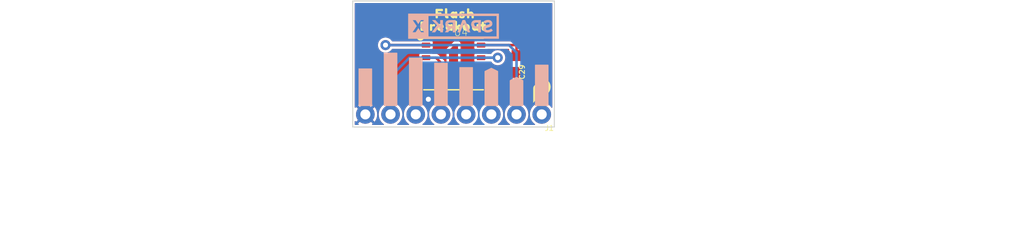
<source format=kicad_pcb>
(kicad_pcb (version 20211014) (generator pcbnew)
  (layers (0 "F.Cu" signal) (31 "B.Cu" signal) (34 "B.Paste" user) (35 "F.Paste" user) (36 "B.SilkS" user "B.Silkscreen") (37 "F.SilkS" user "F.Silkscreen") (38 "B.Mask" user) (39 "F.Mask" user) (44 "Edge.Cuts" user))
  (net 0 "")
  (net 1 "GND")
  (net 2 "3.3V")
  (net 3 "QSPI-~{CS}")
  (net 4 "QSPI-CLK")
  (net 5 "QSPI0/DI")
  (net 6 "QSPI3/~{HOLD}")
  (net 7 "QSPI2/~{WP}")
  (net 8 "QSPI1/DO")
  (footprint "eagleBoard:SFE_LOGO_FLAME_.1" (layer "F.Cu") (at 157.3911 107.5436)
    (fp_text reference "U$6" hide)
    (fp_text value "" hide)
    (fp_poly (pts (xy 0.269844 -1.255175) (xy 0.417112 -1.181541) (xy 0.462026 -1.147855) (xy 0.538982 -1.0709) (xy 0.428006 -1.0709) (xy 0.408005 -1.0809) (xy 0.361689 -1.0809) (xy 0.325361 -1.071818) (xy 0.279477 -1.062641) (xy 0.24711 -1.046458) (xy 0.215081 -1.022435) (xy 0.200019 -0.999843) (xy 0.192288 -0.984381) (xy 0.1851 -0.962817) (xy 0.1851 -0.913689) (xy 0.192361 -0.884643) (xy 0.226607 -0.833275) (xy 0.282028 -0.777854) (xy 0.319016 -0.750113) (xy 0.346157 -0.732019) (xy 0.380301 -0.714947) (xy 0.451689 -0.6971) (xy 0.470817 -0.6971) (xy 0.486419 -0.702301) (xy 0.505687 -0.721569) (xy 0.511712 -0.733619) (xy 0.5189 -0.755183) (xy 0.5189 -0.907742) (xy 0.661838 -0.818406) (xy 0.747505 -0.722031) (xy 0.821662 -0.605498) (xy 0.873968 -0.448579) (xy 0.905309 -0.281428) (xy 0.894811 -0.102974) (xy 0.842628 0.095322) (xy 0.738878 0.282072) (xy 0.665618 0.376263) (xy 0.583044 0.458838) (xy 0.499524 0.531917) (xy 0.393984 0.595241) (xy 0.289127 0.637184) (xy 0.175165 0.668265) (xy 0.050153 0.6891) (xy -0.139844 0.6891) (xy -0.189603 0.697393) (xy -0.279373 0.751255) (xy -0.375026 0.846908) (xy -0.495025 0.986906) (xy -0.614841 1.106723) (xy -0.664837 1.166719) (xy -0.712745 1.214627) (xy -0.742743 1.264624) (xy -0.8611 1.382982) (xy -0.8611 -0.081372) (xy -0.850441 -0.166641) (xy -0.828254 -0.244296) (xy -0.762148 -0.354474) (xy -0.706336 -0.399123) (xy -0.661829 -0.432503) (xy -0.603902 -0.455674) (xy -0.54987 -0.466481) (xy -0.486153 -0.4771) (xy -0.354006 -0.4771) (xy -0.258681 -0.429438) (xy -0.310431 -0.377687) (xy -0.358383 -0.353711) (xy -0.382419 -0.345699) (xy -0.4297 -0.298418) (xy -0.4349 -0.282817) (xy -0.4349 -0.255183) (xy -0.428468 -0.235888) (xy -0.413393 -0.213275) (xy -0.361588 -0.16147) (xy -0.322097 -0.145674) (xy -0.279228 -0.1371) (xy -0.207689 -0.1371) (xy -0.138643 -0.154361) (xy -0.089056 -0.18742) (xy -0.056996 -0.227495) (xy -0.0411 -0.275183) (xy -0.0411 -0.332091) (xy -0.065776 -0.397894) (xy -0.130732 -0.462851) (xy -0.211575 -0.553799) (xy -0.284339 -0.636958) (xy -0.338992 -0.735334) (xy -0.3611 -0.834818) (xy -0.3611 -0.925183) (xy -0.327711 -1.025349) (xy -0.271726 -1.114925) (xy -0.173954 -1.19097) (xy -0.055855 -1.255387) (xy 0.063565 -1.2771) (xy 0.171182 -1.2771)) (layer "F.SilkS") (width 0) (fill solid))
  )
  (footprint "eagleBoard:FIDUCIAL-MICRO" (layer "F.Cu") (at 139.6111 107.5436)
    (fp_text reference "FD2" hide)
    (fp_text value "FIDUCIALUFIDUCIAL" hide)
    (pad "1" smd roundrect (at 0 0) (size 0.635 0.635) (layers "F.Cu" "F.Mask") (roundrect_rratio 0.5))
  )
  (footprint "eagleBoard:DUMMY" (layer "F.Cu") (at 126.9111 122.7836)
    (fp_text reference "LOGO2" hide)
    (fp_text value "OSHW-LOGONO_SILK" hide)
  )
  (footprint "eagleBoard:BREAKOUT1" (layer "F.Cu") (at 144.4371 101.1936)
    (fp_text reference "U$1" hide)
    (fp_text value "" hide)
    (fp_poly (pts (xy 5.410765 -0.234942) (xy 5.471564 -0.224808) (xy 5.532514 -0.194333) (xy 5.593419 -0.15373) (xy 5.63404 -0.102954) (xy 5.674532 -0.042216) (xy 5.694886 0.018847) (xy 5.705 0.089645) (xy 5.705 0.160355) (xy 5.694835 0.23151) (xy 5.664333 0.292514) (xy 5.62373 0.353419) (xy 5.573123 0.393904) (xy 5.52271 0.434235) (xy 5.46151 0.464835) (xy 5.390355 0.475) (xy 5.319586 0.475) (xy 5.258899 0.464885) (xy 5.19246 0.445903) (xy 5.191517 0.447617) (xy 5.18766 0.444532) (xy 5.182597 0.443085) (xy 5.183592 0.441277) (xy 5.136877 0.403904) (xy 5.086482 0.363589) (xy 5.035787 0.302755) (xy 5.005165 0.24151) (xy 4.995057 0.170756) (xy 4.985 0.110414) (xy 4.985 -0.042227) (xy 5.086726 -0.13378) (xy 5.147245 -0.184213) (xy 5.208082 -0.214631) (xy 5.268847 -0.234886) (xy 5.34 -0.245051)) (layer "F.SilkS") (width 0) (fill solid))
    (fp_poly (pts (xy 3.672427 -0.194461) (xy 3.72334 -0.153731) (xy 3.729007 -0.148064) (xy 3.756664 -0.194159) (xy 3.819189 -0.215) (xy 3.901754 -0.215) (xy 3.954617 -0.172709) (xy 3.965 -0.110414) (xy 3.965 0.370355) (xy 3.954613 0.443063) (xy 3.901385 0.475) (xy 3.819189 0.475) (xy 3.756219 0.45401) (xy 3.738174 0.408898) (xy 3.692701 0.45437) (xy 3.630811 0.475) (xy 3.559645 0.475) (xy 3.488293 0.464807) (xy 3.437096 0.434089) (xy 3.376625 0.383696) (xy 3.325891 0.332962) (xy 3.295369 0.271918) (xy 3.275114 0.211153) (xy 3.264949 0.14) (xy 3.275058 0.069235) (xy 3.285192 0.008436) (xy 3.315787 -0.052755) (xy 3.366304 -0.113375) (xy 3.417038 -0.164109) (xy 3.478082 -0.194631) (xy 3.539189 -0.215) (xy 3.610811 -0.215)) (layer "F.SilkS") (width 0) (fill solid))
    (fp_poly (pts (xy 2.820707 -0.23495) (xy 2.89151 -0.224835) (xy 2.952962 -0.194109) (xy 3.003731 -0.14334) (xy 3.044461 -0.092427) (xy 3.064886 -0.031153) (xy 3.075 0.039645) (xy 3.075 0.122403) (xy 3.02271 0.164235) (xy 2.96118 0.195) (xy 2.686096 0.195) (xy 2.685515 0.192674) (xy 2.685539 0.192821) (xy 2.647767 0.211706) (xy 2.682906 0.25563) (xy 2.750702 0.275) (xy 2.81919 0.275) (xy 2.940384 0.234602) (xy 3.003874 0.266347) (xy 3.035 0.338974) (xy 3.035 0.392071) (xy 3.0031 0.423971) (xy 2.952007 0.454627) (xy 2.8807 0.475) (xy 2.699645 0.475) (xy 2.628847 0.464886) (xy 2.567784 0.444532) (xy 2.506581 0.40373) (xy 2.46596 0.352954) (xy 2.425468 0.292216) (xy 2.405222 0.231478) (xy 2.385 0.1607) (xy 2.385 0.089645) (xy 2.395114 0.018847) (xy 2.415468 -0.042216) (xy 2.456114 -0.103185) (xy 2.49666 -0.143731) (xy 2.54729 -0.184235) (xy 2.60818 -0.21468) (xy 2.678955 -0.234901) (xy 2.75 -0.245051)) (layer "F.SilkS") (width 0) (fill solid))
    (fp_poly (pts (xy 6.133732 -0.194134) (xy 6.155 -0.140963) (xy 6.155 0.13919) (xy 6.174276 0.197019) (xy 6.221753 0.235) (xy 6.298616 0.235) (xy 6.346179 0.206463) (xy 6.375 0.14882) (xy 6.375 -0.130963) (xy 6.396064 -0.183622) (xy 6.45882 -0.215) (xy 6.541385 -0.215) (xy 6.594159 -0.183336) (xy 6.615 -0.120811) (xy 6.615 0.360414) (xy 6.604718 0.422107) (xy 6.562403 0.475) (xy 6.479645 0.475) (xy 6.406937 0.464613) (xy 6.377776 0.416011) (xy 6.352218 0.424531) (xy 6.291881 0.464756) (xy 6.230414 0.475) (xy 6.15882 0.475) (xy 6.097592 0.444386) (xy 6.0469 0.413971) (xy 5.996114 0.363185) (xy 5.955468 0.302216) (xy 5.935114 0.241153) (xy 5.925 0.170355) (xy 5.925 -0.110414) (xy 5.935397 -0.172798) (xy 5.978062 -0.204797) (xy 6.060392 -0.215088)) (layer "F.SilkS") (width 0) (fill solid))
    (fp_poly (pts (xy 7.072021 -0.444786) (xy 7.124617 -0.402709) (xy 7.135 -0.340414) (xy 7.135 -0.205765) (xy 7.199645 -0.215) (xy 7.261385 -0.215) (xy 7.314613 -0.183063) (xy 7.32504 -0.110079) (xy 7.314731 -0.017298) (xy 7.272025 0.014732) (xy 7.210059 0.025059) (xy 7.144129 0.015641) (xy 7.135 0.070414) (xy 7.135 0.199038) (xy 7.153568 0.245459) (xy 7.221707 0.255193) (xy 7.274265 0.286728) (xy 7.295101 0.359652) (xy 7.28467 0.432667) (xy 7.231754 0.475) (xy 7.089189 0.475) (xy 7.027898 0.45457) (xy 6.9769 0.423971) (xy 6.93563 0.382701) (xy 6.915222 0.321478) (xy 6.895 0.2507) (xy 6.895 0.043385) (xy 6.79599 0.003781) (xy 6.775 -0.059189) (xy 6.775 -0.141385) (xy 6.806664 -0.194159) (xy 6.867297 -0.214369) (xy 6.895 -0.242072) (xy 6.895 -0.381385) (xy 6.926664 -0.434159) (xy 6.989495 -0.455102)) (layer "F.SilkS") (width 0) (fill solid))
    (fp_poly (pts (xy 4.361938 -0.534797) (xy 4.404657 -0.502757) (xy 4.415 -0.430355) (xy 4.415 -0.03) (xy 4.446712 -0.053784) (xy 4.50666 -0.113731) (xy 4.55729 -0.154235) (xy 4.61882 -0.185) (xy 4.67181 -0.185) (xy 4.734004 -0.133172) (xy 4.765239 -0.070702) (xy 4.754557 -0.017289) (xy 4.69327 0.033784) (xy 4.597553 0.119929) (xy 4.743235 0.246187) (xy 4.804557 0.297289) (xy 4.81527 0.350855) (xy 4.774009 0.423062) (xy 4.722071 0.475) (xy 4.658486 0.475) (xy 4.596815 0.433886) (xy 4.556464 0.393536) (xy 4.496619 0.333691) (xy 4.437523 0.284444) (xy 4.415 0.276937) (xy 4.415 0.411667) (xy 4.382935 0.45442) (xy 4.300307 0.475077) (xy 4.216965 0.46466) (xy 4.185 0.411385) (xy 4.185 -0.470963) (xy 4.206268 -0.524134) (xy 4.279608 -0.545088)) (layer "F.SilkS") (width 0) (fill solid))
    (fp_poly (pts (xy 2.110765 -0.214942) (xy 2.172959 -0.204576) (xy 2.215257 -0.141128) (xy 2.204885 -0.078899) (xy 2.184303 -0.006859) (xy 2.120739 0.035517) (xy 2.05885 0.014887) (xy 1.990838 0.005171) (xy 1.934088 0.033546) (xy 1.915 0.09081) (xy 1.915 0.432831) (xy 1.861667 0.46483) (xy 1.779897 0.475052) (xy 1.7169 0.464552) (xy 1.685 0.411385) (xy 1.685 -0.130811) (xy 1.706047 -0.193953) (xy 1.769189 -0.215) (xy 1.851385 -0.215) (xy 1.903537 -0.183709) (xy 1.921387 -0.156934) (xy 1.977486 -0.194333) (xy 2.039161 -0.225171)) (layer "F.SilkS") (width 0) (fill solid))
    (fp_poly (pts (xy 1.292007 -0.464627) (xy 1.3431 -0.433971) (xy 1.393886 -0.383185) (xy 1.434532 -0.322216) (xy 1.454886 -0.261153) (xy 1.465051 -0.19) (xy 1.454835 -0.11849) (xy 1.42463 -0.05808) (xy 1.415604 -0.031) (xy 1.454461 0.017573) (xy 1.474886 0.078847) (xy 1.485 0.149645) (xy 1.485 0.2207) (xy 1.46468 0.29182) (xy 1.434109 0.352962) (xy 1.38334 0.403731) (xy 1.332427 0.444461) (xy 1.271153 0.464886) (xy 1.200355 0.475) (xy 0.859689 0.475) (xy 0.778062 0.464797) (xy 0.735343 0.432757) (xy 0.725 0.360355) (xy 0.725 -0.390811) (xy 0.745841 -0.453336) (xy 0.798615 -0.485) (xy 1.2207 -0.485)) (layer "F.SilkS") (width 0) (fill solid))
  )
  (footprint "eagleBoard:1X08_NO_SILK" (layer "F.Cu") (at 157.3911 110.0836 180)
    (fp_text reference "J1" (at -1.27 -1.397) (layer "F.SilkS") (effects (font (size 0.512064 0.512064) (thickness 0.097536)) (justify right)))
    (fp_text value "")
    (pad "1" thru_hole circle (at 0 0 270) (size 1.8796 1.8796) (drill 1.016) (layers *.Cu *.Mask) (net 2 "3.3V"))
    (pad "2" thru_hole circle (at 2.54 0 270) (size 1.8796 1.8796) (drill 1.016) (layers *.Cu *.Mask) (net 3 "QSPI-~{CS}"))
    (pad "3" thru_hole circle (at 5.08 0 270) (size 1.8796 1.8796) (drill 1.016) (layers *.Cu *.Mask) (net 4 "QSPI-CLK"))
    (pad "4" thru_hole circle (at 7.62 0 270) (size 1.8796 1.8796) (drill 1.016) (layers *.Cu *.Mask) (net 5 "QSPI0/DI"))
    (pad "5" thru_hole circle (at 10.16 0 270) (size 1.8796 1.8796) (drill 1.016) (layers *.Cu *.Mask) (net 8 "QSPI1/DO"))
    (pad "6" thru_hole circle (at 12.7 0 270) (size 1.8796 1.8796) (drill 1.016) (layers *.Cu *.Mask) (net 7 "QSPI2/~{WP}"))
    (pad "7" thru_hole circle (at 15.24 0 270) (size 1.8796 1.8796) (drill 1.016) (layers *.Cu *.Mask) (net 6 "QSPI3/~{HOLD}"))
    (pad "8" thru_hole circle (at 17.78 0 270) (size 1.8796 1.8796) (drill 1.016) (layers *.Cu *.Mask) (net 1 "GND"))
  )
  (footprint "eagleBoard:0603" (layer "F.Cu") (at 154.8511 105.0036 -90)
    (fp_text reference "C29" (at 0 -0.562 90) (layer "F.SilkS") (effects (font (size 0.512064 0.512064) (thickness 0.097536)) (justify right)))
    (fp_text value "0.1uF")
    (pad "1" smd rect (at -0.85 0 270) (size 1.1 1) (layers "F.Cu" "F.Paste" "F.Mask") (net 2 "3.3V"))
    (pad "2" smd rect (at 0.85 0 270) (size 1.1 1) (layers "F.Cu" "F.Paste" "F.Mask") (net 1 "GND"))
  )
  (footprint "eagleBoard:WSON-8-6X5-SKINNY_CENTERPAD" (layer "F.Cu") (at 148.5011 105.0036)
    (fp_text reference "U4" (at 0 -3.175) (layer "F.SilkS") (effects (font (size 0.705917 0.705917) (thickness 0.056083)) (justify left)))
    (fp_text value "W25QXX128MBIT-6X5")
    (fp_poly (pts (xy 0.455 2.025) (xy -0.455 2.025) (xy -0.455 -1.410355) (xy 0.159645 -2.025) (xy 0.455 -2.025)) (layer "F.Cu") (width 0) (fill solid))
    (fp_line (start -3 -2.6) (end 3 -2.6) (layer "F.SilkS") (width 0.1524))
    (fp_line (start -3 2.6) (end 3 2.6) (layer "F.SilkS") (width 0.1524))
    (fp_circle (center -3.3375 -2.7) (end -3.2875 -2.7) (layer "F.SilkS") (width 0.3) (fill none))
    (pad "1" smd rect (at -2.775 -1.905 90) (size 0.5 0.85) (layers "F.Cu" "F.Paste" "F.Mask") (net 3 "QSPI-~{CS}"))
    (pad "2" smd rect (at -2.775 -0.635 90) (size 0.5 0.85) (layers "F.Cu" "F.Paste" "F.Mask") (net 8 "QSPI1/DO"))
    (pad "3" smd rect (at -2.775 0.635 90) (size 0.5 0.85) (layers "F.Cu" "F.Paste" "F.Mask") (net 7 "QSPI2/~{WP}"))
    (pad "4" smd rect (at -2.775 1.905 90) (size 0.5 0.85) (layers "F.Cu" "F.Paste" "F.Mask") (net 1 "GND"))
    (pad "5" smd rect (at 2.775 1.905 90) (size 0.5 0.85) (layers "F.Cu" "F.Paste" "F.Mask") (net 5 "QSPI0/DI"))
    (pad "6" smd rect (at 2.775 0.635 90) (size 0.5 0.85) (layers "F.Cu" "F.Paste" "F.Mask") (net 4 "QSPI-CLK"))
    (pad "7" smd rect (at 2.775 -0.635 90) (size 0.5 0.85) (layers "F.Cu" "F.Paste" "F.Mask") (net 6 "QSPI3/~{HOLD}"))
    (pad "8" smd rect (at 2.775 -1.905 90) (size 0.5 0.85) (layers "F.Cu" "F.Paste" "F.Mask") (net 2 "3.3V"))
  )
  (footprint "eagleBoard:FLASH0" (layer "F.Cu") (at 145.9611 99.9236)
    (fp_text reference "U$2" hide)
    (fp_text value "" hide)
    (fp_poly (pts (xy 3.470756 -0.234943) (xy 3.541153 -0.224886) (xy 3.602701 -0.20437) (xy 3.655355 -0.151716) (xy 3.644709 -0.087841) (xy 3.592342 -0.025) (xy 3.5393 -0.025) (xy 3.468953 -0.045099) (xy 3.40046 -0.054883) (xy 3.345974 -0.036721) (xy 3.354123 -0.004123) (xy 3.431023 0.015102) (xy 3.491101 0.025115) (xy 3.562124 0.045407) (xy 3.623419 0.08627) (xy 3.664718 0.137893) (xy 3.674942 0.199235) (xy 3.685101 0.270348) (xy 3.664627 0.342007) (xy 3.633971 0.3931) (xy 3.582701 0.44437) (xy 3.521209 0.464867) (xy 3.460414 0.475) (xy 3.319586 0.475) (xy 3.258584 0.464833) (xy 3.187895 0.434538) (xy 3.125912 0.403546) (xy 3.104677 0.339844) (xy 3.125652 0.287408) (xy 3.177658 0.225) (xy 3.241328 0.225) (xy 3.312053 0.265414) (xy 3.370505 0.284898) (xy 3.447109 0.275323) (xy 3.462209 0.252673) (xy 3.408611 0.234807) (xy 3.328601 0.214804) (xy 3.268082 0.194631) (xy 3.206782 0.163981) (xy 3.165672 0.112593) (xy 3.135167 0.041416) (xy 3.124941 -0.019941) (xy 3.135135 -0.0913) (xy 3.155603 -0.142471) (xy 3.186708 -0.183944) (xy 3.24818 -0.21468) (xy 3.31903 -0.234923) (xy 3.410138 -0.245046)) (layer "F.SilkS") (width 0) (fill solid))
    (fp_poly (pts (xy 1.432667 -0.47467) (xy 1.474757 -0.422058) (xy 1.485117 -0.349539) (xy 1.464276 -0.287018) (xy 1.411754 -0.245) (xy 1.001667 -0.245) (xy 0.965 -0.2175) (xy 0.965 -0.152072) (xy 0.992072 -0.125) (xy 1.272071 -0.125) (xy 1.314452 -0.082619) (xy 1.335088 -0.010392) (xy 1.324749 0.072322) (xy 1.282357 0.114714) (xy 1.210355 0.125) (xy 1.00118 0.125) (xy 0.965 0.14309) (xy 0.965 0.411385) (xy 0.933035 0.46466) (xy 0.85 0.475039) (xy 0.767274 0.464698) (xy 0.735231 0.421975) (xy 0.725 0.350355) (xy 0.725 -0.400811) (xy 0.746047 -0.463953) (xy 0.809189 -0.485) (xy 1.360355 -0.485)) (layer "F.SilkS") (width 0) (fill solid))
    (fp_poly (pts (xy 4.071637 -0.524849) (xy 4.125 -0.492831) (xy 4.125 -0.156404) (xy 4.157948 -0.164641) (xy 4.218119 -0.204756) (xy 4.279941 -0.215059) (xy 4.351153 -0.204886) (xy 4.412216 -0.184532) (xy 4.473419 -0.14373) (xy 4.514235 -0.09271) (xy 4.574835 0.02849) (xy 4.585 0.099645) (xy 4.585 0.380414) (xy 4.574552 0.4431) (xy 4.521385 0.475) (xy 4.429189 0.475) (xy 4.365563 0.453791) (xy 4.355015 0.390502) (xy 4.345029 0.110896) (xy 4.325912 0.053546) (xy 4.269162 0.025171) (xy 4.201705 0.034808) (xy 4.15396 0.063454) (xy 4.125 0.131027) (xy 4.125 0.400963) (xy 4.103781 0.45401) (xy 4.040811 0.475) (xy 3.947929 0.475) (xy 3.905331 0.432403) (xy 3.895 0.370414) (xy 3.895 -0.450811) (xy 3.916047 -0.513953) (xy 3.979461 -0.535091)) (layer "F.SilkS") (width 0) (fill solid))
    (fp_poly (pts (xy 1.873272 -0.524265) (xy 1.905 -0.471385) (xy 1.905 0.207928) (xy 1.942703 0.245631) (xy 2.003063 0.26575) (xy 2.035 0.308333) (xy 2.035 0.400811) (xy 2.013875 0.464185) (xy 1.970616 0.475) (xy 1.889723 0.475) (xy 1.798562 0.464871) (xy 1.736708 0.433944) (xy 1.705603 0.392471) (xy 1.685135 0.3413) (xy 1.675 0.270355) (xy 1.675 -0.492071) (xy 1.717678 -0.534749) (xy 1.800392 -0.545088)) (layer "F.SilkS") (width 0) (fill solid))
    (fp_poly (pts (xy 2.622339 -0.194532) (xy 2.675 -0.152403) (xy 2.675 -0.14118) (xy 2.675436 -0.142052) (xy 2.696268 -0.194134) (xy 2.7693 -0.215) (xy 2.841754 -0.215) (xy 2.894276 -0.172982) (xy 2.915 -0.110811) (xy 2.915 0.3707) (xy 2.894346 0.442991) (xy 2.851667 0.475) (xy 2.759037 0.475) (xy 2.706579 0.454017) (xy 2.679008 0.408064) (xy 2.632701 0.45437) (xy 2.570811 0.475) (xy 2.499586 0.475) (xy 2.438436 0.464808) (xy 2.377245 0.434213) (xy 2.316411 0.383518) (xy 2.27596 0.332954) (xy 2.235468 0.272216) (xy 2.215 0.210811) (xy 2.215 0.069189) (xy 2.235369 0.008082) (xy 2.265667 -0.052514) (xy 2.306114 -0.113185) (xy 2.357038 -0.164109) (xy 2.418082 -0.194631) (xy 2.479189 -0.215) (xy 2.5507 -0.215)) (layer "F.SilkS") (width 0) (fill solid))
  )
  (footprint "eagleBoard:CREATIVE_COMMONS" (layer "F.Cu") (at 123.1011 122.7836)
    (fp_text reference "FRAME2" hide)
    (fp_text value "FRAME-LETTER" hide)
  )
  (footprint "eagleBoard:FIDUCIAL-MICRO" (layer "F.Cu") (at 157.3911 99.9236)
    (fp_text reference "FD1" hide)
    (fp_text value "FIDUCIALUFIDUCIAL" hide)
    (pad "1" smd roundrect (at 0 0) (size 0.635 0.635) (layers "F.Cu" "F.Mask") (roundrect_rratio 0.5))
  )
  (footprint "eagleBoard:##WP##2#3" (layer "B.Cu") (at 144.6911 109.5756 90)
    (fp_text reference "U$5" hide)
    (fp_text value "" hide)
    (fp_poly (pts (xy 5.215 0.674236) (xy 5.215 -0.620414) (xy 5.204236 -0.685) (xy 0.389037 -0.685) (xy 0.335 -0.663385) (xy 0.335 0.630963) (xy 0.356615 0.685) (xy 5.150414 0.685)) (layer "B.SilkS") (width 0) (fill solid))
  )
  (footprint "eagleBoard:#3#3V#1" (layer "B.Cu") (at 157.3911 109.5756 90)
    (fp_text reference "U$7" hide)
    (fp_text value "" hide)
    (fp_poly (pts (xy 4.505 0.641667) (xy 4.505 -0.6525) (xy 4.461667 -0.685) (xy 0.389037 -0.685) (xy 0.335 -0.663385) (xy 0.335 0.620414) (xy 0.345764 0.685) (xy 4.4725 0.685)) (layer "B.SilkS") (width 0) (fill solid))
  )
  (footprint "eagleBoard:#DO#1#4" (layer "B.Cu") (at 147.2311 109.5756 90)
    (fp_text reference "U$10" hide)
    (fp_text value "" hide)
    (fp_poly (pts (xy 4.695 0.630963) (xy 4.695 -0.66309) (xy 4.65118 -0.685) (xy 0.378333 -0.685) (xy 0.335 -0.6525) (xy 0.335 0.64118) (xy 0.35691 0.685) (xy 4.673385 0.685)) (layer "B.SilkS") (width 0) (fill solid))
  )
  (footprint "eagleBoard:##CS##7" (layer "B.Cu") (at 154.8511 109.5756 90)
    (fp_text reference "U$12" hide)
    (fp_text value "" hide)
    (fp_poly (pts (xy 2.954214 0.632736) (xy 3.265 0.031215) (xy 3.265 -0.031198) (xy 2.954097 -0.642974) (xy 2.912071 -0.685) (xy 0.399586 -0.685) (xy 0.335 -0.674236) (xy 0.335 0.685) (xy 2.912403 0.685)) (layer "B.SilkS") (width 0) (fill solid))
  )
  (footprint "eagleBoard:##HLD##3#2" (layer "B.Cu") (at 142.1511 109.5756 90)
    (fp_text reference "U$4" hide)
    (fp_text value "" hide)
    (fp_poly (pts (xy 5.715 0.630963) (xy 5.715 -0.663385) (xy 5.660963 -0.685) (xy 0.3675 -0.685) (xy 0.335 -0.641667) (xy 0.335 0.6525) (xy 0.378333 0.685) (xy 0.673729 0.685) (xy 0.667613 0.711756) (xy 0.682902 0.685) (xy 5.693385 0.685)) (layer "B.SilkS") (width 0) (fill solid))
  )
  (footprint "eagleBoard:#CLK#6" (layer "B.Cu") (at 152.3111 109.5756 90)
    (fp_text reference "U$8" hide)
    (fp_text value "" hide)
    (fp_poly (pts (xy 3.863352 0.67451) (xy 4.195574 0) (xy 3.863352 -0.67451) (xy 3.800414 -0.685) (xy 0.335 -0.685) (xy 0.335 0.685) (xy 3.800414 0.685)) (layer "B.SilkS") (width 0) (fill solid))
  )
  (footprint "eagleBoard:SPARKX-MEDIUM" (layer "B.Cu") (at 148.5011 101.1936 180)
    (fp_text reference "U$3" hide)
    (fp_text value "SPARKX-LOGO4" hide)
    (fp_poly (pts (xy 4.577 -0.12824) (xy 3.80238 -0.12824) (xy 3.705494 0.013718) (xy 4.111722 0.607646) (xy 3.817585 0.607646) (xy 3.555172 0.205715) (xy 3.294607 0.607646) (xy 2.991304 0.607646) (xy 3.397564 0.010046) (xy 3.302701 -0.12824) (xy 2.524231 -0.12824) (xy 2.524231 1.025528) (xy -4.332 1.025528) (xy -4.332 -1.025528) (xy 2.451934 -1.025528) (xy 2.451934 -1.270528) (xy -4.577 -1.270528) (xy -4.577 1.270528) (xy 4.577 1.270528)) (layer "B.SilkS") (width 0) (fill solid))
    (fp_poly (pts (xy 1.344596 0.295634) (xy 1.064846 0.295634) (xy 1.064846 0.617646) (xy 1.344596 0.617646)) (layer "B.SilkS") (width 0) (fill solid))
    (fp_poly (pts (xy -0.379228 -0.618562) (xy -0.672701 -0.618562) (xy -1.040587 0.283936) (xy -1.408473 -0.618562) (xy -1.69463 -0.618562) (xy -1.301346 0.305634) (xy -0.772612 0.305634)) (layer "B.SilkS") (width 0) (fill solid))
    (fp_poly (pts (xy -2.145499 0.611403) (xy -2.052069 0.588123) (xy -1.971014 0.550421) (xy -1.903114 0.500214) (xy -1.848543 0.437616) (xy -1.808605 0.364015) (xy -1.788713 0.295634) (xy -2.099613 0.295634) (xy -2.116482 0.317948) (xy -2.18378 0.352785) (xy -2.273523 0.364418) (xy -2.476681 0.364418) (xy -2.476681 0.295634) (xy -2.757343 0.295634) (xy -2.757343 0.619478) (xy -2.251062 0.619478)) (layer "B.SilkS") (width 0) (fill solid))
    (fp_poly (pts (xy -3.164101 0.264097) (xy -3.239432 0.305634) (xy -3.135518 0.305634)) (layer "B.SilkS") (width 0) (fill solid))
    (fp_poly (pts (xy 2.973067 -0.608562) (xy 3.267199 -0.608562) (xy 3.54697 -0.183826) (xy 3.824894 -0.608562) (xy 4.130023 -0.608562) (xy 3.795558 -0.11824) (xy 4.577 -0.11824) (xy 4.577 -1.270528) (xy 2.441934 -1.270528) (xy 2.441934 -1.025528) (xy 2.524231 -1.025528) (xy 2.524231 -0.11824) (xy 3.309564 -0.11824)) (layer "B.SilkS") (width 0) (fill solid))
    (fp_poly (pts (xy 0.467247 0.610908) (xy 0.559405 0.590713) (xy 0.639462 0.556901) (xy 0.707412 0.509438) (xy 0.761528 0.449759) (xy 0.800081 0.379455) (xy 0.823889 0.295634) (xy 0.513044 0.295634) (xy 0.49326 0.321553) (xy 0.427917 0.353583) (xy 0.339846 0.364418) (xy 0.077237 0.364418) (xy 0.077237 0.295634) (xy -0.202509 0.295634) (xy -0.202509 0.617646) (xy 0.363177 0.617646)) (layer "B.SilkS") (width 0) (fill solid))
    (fp_poly (pts (xy 1.865272 0.295634) (xy 1.535904 0.295634) (xy 1.834847 0.617646) (xy 2.174284 0.617646)) (layer "B.SilkS") (width 0) (fill solid))
    (fp_poly (pts (xy -3.350864 0.623897) (xy -3.231664 0.593614) (xy -3.122681 0.544594) (xy -3.018757 0.474993) (xy -3.142402 0.295634) (xy -3.221295 0.295634) (xy -3.328541 0.354727) (xy -3.406214 0.378309) (xy -3.483831 0.386332) (xy -3.551059 0.378465) (xy -3.598739 0.356196) (xy -3.626802 0.323794) (xy -3.63342 0.295634) (xy -3.909783 0.295634) (xy -3.905449 0.341086) (xy -3.88163 0.413579) (xy -3.843373 0.476992) (xy -3.792562 0.531416) (xy -3.729539 0.574971) (xy -3.655543 0.607348) (xy -3.572421 0.627359) (xy -3.48111 0.634121)) (layer "B.SilkS") (width 0) (fill solid))
    (fp_poly (pts (xy -3.63614 0.28381) (xy -3.63614 0.281243) (xy -3.625594 0.231145) (xy -3.586256 0.193557) (xy -3.506021 0.161102) (xy -3.375421 0.124571) (xy -3.20837 0.069497) (xy -3.084773 -0.004288) (xy -3.039813 -0.051736) (xy -3.007425 -0.106786) (xy -2.98779 -0.171058) (xy -2.981431 -0.246677) (xy -2.981431 -0.254442) (xy -2.989734 -0.340975) (xy -3.014776 -0.418156) (xy -3.054999 -0.484064) (xy -3.108523 -0.538825) (xy -3.174819 -0.581443) (xy -3.251936 -0.612864) (xy -3.339283 -0.632345) (xy -3.435454 -0.638692) (xy -3.575258 -0.62643) (xy -3.712363 -0.589929) (xy -3.841957 -0.528456) (xy -3.962905 -0.437932) (xy -3.797445 -0.239191) (xy -3.70858 -0.303299) (xy -3.621793 -0.350171) (xy -3.529975 -0.379937) (xy -3.429933 -0.389994) (xy -3.35618 -0.382097) (xy -3.302034 -0.35971) (xy -3.268752 -0.325074) (xy -3.257521 -0.278298) (xy -3.257521 -0.275769) (xy -3.267162 -0.231061) (xy -3.302086 -0.195266) (xy -3.376797 -0.161061) (xy -3.501746 -0.12458) (xy -3.671424 -0.073219) (xy -3.800513 -0.00314) (xy -3.847977 0.043804) (xy -3.883465 0.101229) (xy -3.90566 0.17153) (xy -3.913146 0.255809) (xy -3.913146 0.259925) (xy -3.908835 0.305634) (xy -3.631093 0.305634)) (layer "B.SilkS") (width 0) (fill solid))
    (fp_poly (pts (xy 1.344596 0.089545) (xy 1.545187 0.305634) (xy 1.874867 0.305634) (xy 1.669821 0.091935) (xy 2.195332 -0.618562) (xy 1.859174 -0.618562) (xy 1.480797 -0.099201) (xy 1.344596 -0.240675) (xy 1.344596 -0.618562) (xy 1.064846 -0.618562) (xy 1.064846 0.305634) (xy 1.344596 0.305634)) (layer "B.SilkS") (width 0) (fill solid))
    (fp_poly (pts (xy 0.077237 0.022375) (xy 0.345303 0.022375) (xy 0.432552 0.034292) (xy 0.495867 0.068766) (xy 0.534478 0.122507) (xy 0.547296 0.191568) (xy 0.547296 0.193407) (xy 0.533775 0.268583) (xy 0.505388 0.305634) (xy 0.820956 0.305634) (xy 0.823121 0.298646) (xy 0.830703 0.207776) (xy 0.830703 0.203573) (xy 0.812152 0.067471) (xy 0.756624 -0.041423) (xy 0.671694 -0.123367) (xy 0.569647 -0.177363) (xy 0.871762 -0.618562) (xy 0.544141 -0.618562) (xy 0.281707 -0.226284) (xy 0.077237 -0.226284) (xy 0.077237 -0.618562) (xy -0.202509 -0.618562) (xy -0.202509 0.305634) (xy 0.077237 0.305634)) (layer "B.SilkS") (width 0) (fill solid))
    (fp_poly (pts (xy -0.768357 0.295634) (xy -1.305603 0.295634) (xy -1.164592 0.62679) (xy -0.909265 0.62679)) (layer "B.SilkS") (width 0) (fill solid))
    (fp_poly (pts (xy -2.476681 -0.000487) (xy -2.268076 -0.000487) (xy -2.179495 0.012423) (xy -2.113916 0.051299) (xy -2.073186 0.109683) (xy -2.059656 0.180607) (xy -2.059656 0.183345) (xy -2.07389 0.261685) (xy -2.107186 0.305634) (xy -1.791612 0.305634) (xy -1.784441 0.28073) (xy -1.77625 0.189505) (xy -1.77625 0.16442) (xy -1.778857 0.169639) (xy -1.786895 0.086136) (xy -1.816007 -0.002126) (xy -1.862432 -0.077275) (xy -1.923461 -0.139229) (xy -1.997168 -0.187031) (xy -2.082436 -0.221506) (xy -2.177086 -0.2422) (xy -2.277599 -0.249143) (xy -2.477596 -0.249143) (xy -2.477596 -0.616734) (xy -2.757343 -0.616734) (xy -2.757343 0.305634) (xy -2.476681 0.305634)) (layer "B.SilkS") (width 0) (fill solid))
  )
  (footprint "eagleBoard:#DI#0#5" (layer "B.Cu") (at 149.7711 109.5756 90)
    (fp_text reference "U$9" hide)
    (fp_text value "" hide)
    (fp_poly (pts (xy 4.255 0.674099) (xy 4.255 -0.685) (xy 0.389037 -0.685) (xy 0.335 -0.663385) (xy 0.335 0.620414) (xy 0.345764 0.685) (xy 4.200495 0.685)) (layer "B.SilkS") (width 0) (fill solid))
  )
  (footprint "eagleBoard:#GND#0" (layer "B.Cu") (at 139.6111 109.5756 90)
    (fp_text reference "U$11" hide)
    (fp_text value "" hide)
    (fp_poly (pts (xy 4.125 0.674236) (xy 4.125 -0.685) (xy 0.399586 -0.685) (xy 0.335 -0.674236) (xy 0.335 0.685) (xy 4.060414 0.685)) (layer "B.SilkS") (width 0) (fill solid))
  )
  (gr_line (start 158.6611 98.6536) (end 138.3411 98.6536) (layer "Edge.Cuts") (width 0.1016))
  (gr_line (start 158.6611 98.6536) (end 158.6611 111.3536) (layer "Edge.Cuts") (width 0.1016))
  (gr_line (start 158.6611 111.3536) (end 138.3411 111.3536) (layer "Edge.Cuts") (width 0.1016))
  (gr_line (start 138.3411 98.6536) (end 138.3411 111.3536) (layer "Edge.Cuts") (width 0.1016))
  (segment (start 145.7261 108.3246) (end 145.9611 108.5596) (width 0.254) (layer "F.Cu") (net 1))
  (segment (start 145.7261 106.9086) (end 145.7261 108.3246) (width 0.254) (layer "F.Cu") (net 1))
  (via (at 145.9611 108.5596) (size 1.016) (drill 0.508) (layers "F.Cu" "B.Cu") (net 1))
  (segment (start 151.2761 103.0986) (end 154.8511 103.0986) (width 0.254) (layer "F.Cu") (net 2))
  (segment (start 154.8511 103.0986) (end 155.4861 103.0986) (width 0.254) (layer "F.Cu") (net 2))
  (segment (start 157.3911 105.0036) (end 157.3911 110.0836) (width 0.254) (layer "F.Cu") (net 2))
  (segment (start 155.4861 103.0986) (end 157.3911 105.0036) (width 0.254) (layer "F.Cu") (net 2))
  (segment (start 154.8511 104.1536) (end 154.8511 103.0986) (width 0.254) (layer "F.Cu") (net 2))
  (segment (start 145.7261 103.0986) (end 141.6431 103.0986) (width 0.254) (layer "F.Cu") (net 3))
  (via (at 141.6431 103.0986) (size 1.016) (drill 0.508) (layers "F.Cu" "B.Cu") (net 3))
  (segment (start 154.0891 103.0986) (end 154.8511 103.8606) (width 0.254) (layer "B.Cu") (net 3))
  (segment (start 141.6431 103.0986) (end 154.0891 103.0986) (width 0.254) (layer "B.Cu") (net 3))
  (segment (start 154.8511 103.8606) (end 154.8511 110.0836) (width 0.254) (layer "B.Cu") (net 3))
  (segment (start 151.9301 105.6386) (end 152.3111 106.0196) (width 0.254) (layer "F.Cu") (net 4))
  (segment (start 151.2761 105.6386) (end 151.9301 105.6386) (width 0.254) (layer "F.Cu") (net 4))
  (segment (start 152.3111 106.0196) (end 152.3111 110.0836) (width 0.254) (layer "F.Cu") (net 4))
  (segment (start 150.2791 106.9086) (end 149.7711 107.4166) (width 0.254) (layer "F.Cu") (net 5))
  (segment (start 151.2761 106.9086) (end 150.2791 106.9086) (width 0.254) (layer "F.Cu") (net 5))
  (segment (start 149.7711 107.4166) (end 149.7711 110.0836) (width 0.254) (layer "F.Cu") (net 5))
  (segment (start 151.2761 104.3686) (end 152.9541 104.3686) (width 0.254) (layer "F.Cu") (net 6))
  (via (at 152.9541 104.3686) (size 1.016) (drill 0.508) (layers "F.Cu" "B.Cu") (net 6))
  (segment (start 142.1511 106.2736) (end 142.1511 110.0836) (width 0.254) (layer "B.Cu") (net 6))
  (segment (start 152.9541 104.3686) (end 144.0561 104.3686) (width 0.254) (layer "B.Cu") (net 6))
  (segment (start 144.0561 104.3686) (end 142.1511 106.2736) (width 0.254) (layer "B.Cu") (net 6))
  (segment (start 144.6911 106.0196) (end 144.6911 110.0836) (width 0.254) (layer "F.Cu") (net 7))
  (segment (start 145.0721 105.6386) (end 144.6911 106.0196) (width 0.254) (layer "F.Cu") (net 7))
  (segment (start 145.7261 105.6386) (end 145.0721 105.6386) (width 0.254) (layer "F.Cu") (net 7))
  (segment (start 146.7231 104.3686) (end 147.2311 104.8766) (width 0.254) (layer "F.Cu") (net 8))
  (segment (start 145.7261 104.3686) (end 146.7231 104.3686) (width 0.254) (layer "F.Cu") (net 8))
  (segment (start 147.2311 104.8766) (end 147.2311 110.0836) (width 0.254) (layer "F.Cu") (net 8))
  (zone (net 1) (net_name "GND") (layer "F.Cu") (priority 6) (connect_pads (clearance 0.2032)) (min_thickness 0.1016) (fill yes (thermal_gap 0.2532) (thermal_bridge_width 0.2532))
    (polygon (pts (xy 158.7627 111.4552) (xy 138.2395 111.4552) (xy 138.2395 98.552) (xy 158.7627 98.552)))
  )
  (zone (net 1) (net_name "GND") (layer "B.Cu") (priority 6) (connect_pads (clearance 0.2032)) (min_thickness 0.1016) (fill yes (thermal_gap 0.2532) (thermal_bridge_width 0.2532))
    (polygon (pts (xy 158.7627 111.4552) (xy 138.2395 111.4552) (xy 138.2395 98.552) (xy 158.7627 98.552)))
  )
)
</source>
